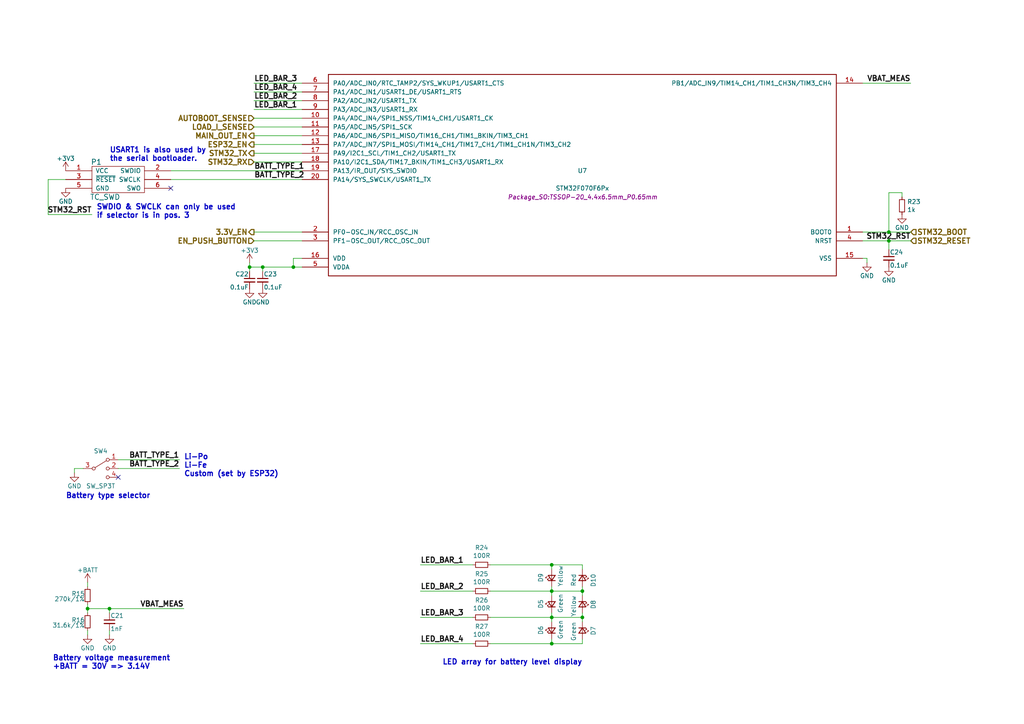
<source format=kicad_sch>
(kicad_sch (version 20230121) (generator eeschema)
  (paper "A4")
  (title_block (title "ESP32 battery management module") (date "2023-06-14") (rev "3.2") (comment 1 "Tom Magnier / initial release") (comment 2 "Viven Henry / SD, Switch, Autoboot") (comment 3 "Clément SAILLANT / update Autoboot, readd SD"))
  (lib_symbols
    (symbol "Device:C_Small" (pin_numbers hide) (pin_names (offset 0.254) hide)
      (property "Reference" "C" (at 0.254 1.778 0))
      (property "Value" "Device_C_Small" (at 0.254 -2.032 0))
      (symbol "C_Small_0_1"
        (polyline (pts (xy -1.524 -0.508) (xy 1.524 -0.508)) (stroke (width 0.3302)))
        (polyline (pts (xy -1.524 0.508) (xy 1.524 0.508)) (stroke (width 0.3048)))
      )
      (symbol "C_Small_1_1"
        (pin passive line (at 0 2.54 270) (length 2.032) (name "~") (number "1"))
        (pin passive line (at 0 -2.54 90) (length 2.032) (name "~") (number "2"))
      )
    )
    (symbol "Device:LED_Small" (pin_numbers hide) (pin_names (offset 0.254) hide)
      (property "Reference" "D" (at -1.27 3.175 0))
      (property "Value" "Device_LED_Small" (at -4.445 -2.54 0))
      (symbol "LED_Small_0_1"
        (polyline (pts (xy -0.762 -1.016) (xy -0.762 1.016)) (stroke (width 0.254)))
        (polyline (pts (xy 1.016 0) (xy -0.762 0)))
        (polyline (pts (xy 0.762 -1.016) (xy -0.762 0) (xy 0.762 1.016) (xy 0.762 -1.016)) (stroke (width 0.254)))
        (polyline (pts (xy 0 0.762) (xy -0.508 1.27) (xy -0.254 1.27) (xy -0.508 1.27) (xy -0.508 1.016)))
        (polyline (pts (xy 0.508 1.27) (xy 0 1.778) (xy 0.254 1.778) (xy 0 1.778) (xy 0 1.524)))
      )
      (symbol "LED_Small_1_1"
        (pin passive line (at -2.54 0 0) (length 1.778) (name "K") (number "1"))
        (pin passive line (at 2.54 0 180) (length 1.778) (name "A") (number "2"))
      )
    )
    (symbol "Device:R_Small" (pin_numbers hide) (pin_names (offset 0.254) hide)
      (property "Reference" "R" (at 0.762 0.508 0))
      (property "Value" "Device_R_Small" (at 0.762 -1.016 0))
      (symbol "R_Small_0_1"
        (rectangle (start -0.762 1.778) (end 0.762 -1.778) (stroke (width 0.2032)))
      )
      (symbol "R_Small_1_1"
        (pin passive line (at 0 2.54 270) (length 0.762) (name "~") (number "1"))
        (pin passive line (at 0 -2.54 90) (length 0.762) (name "~") (number "2"))
      )
    )
    (symbol "KXKM_ESP32_battery_management_board-rescue:STM32F030F4Px-stm32" (pin_names (offset 1.27))
      (property "Reference" "U" (at 0 2.54 0))
      (property "Value" "STM32F030F4Px-stm32" (at 0 -2.54 0))
      (property "Footprint" "TSSOP20" (at 0 -5.08 0))
      (symbol "STM32F030F4Px-stm32_1_1"
        (rectangle (start -73.66 30.48) (end 73.66 -27.94) (stroke (width 0.254)))
        (pin input line (at 81.28 -15.24 180) (length 7.62) (name "BOOT0") (number "1"))
        (pin bidirectional line (at -81.28 17.78 0) (length 7.62) (name "PA4/ADC_IN4/SPI1_NSS/TIM14_CH1/USART1_CK") (number "10"))
        (pin bidirectional line (at -81.28 15.24 0) (length 7.62) (name "PA5/ADC_IN5/SPI1_SCK") (number "11"))
        (pin bidirectional line (at -81.28 12.7 0) (length 7.62) (name "PA6/ADC_IN6/SPI1_MISO/TIM16_CH1/TIM1_BKIN/TIM3_CH1") (number "12"))
        (pin bidirectional line (at -81.28 10.16 0) (length 7.62) (name "PA7/ADC_IN7/SPI1_MOSI/TIM14_CH1/TIM17_CH1/TIM1_CH1N/TIM3_CH2") (number "13"))
        (pin bidirectional line (at 81.28 27.94 180) (length 7.62) (name "PB1/ADC_IN9/TIM14_CH1/TIM1_CH3N/TIM3_CH4") (number "14"))
        (pin power_in line (at 81.28 -22.86 180) (length 7.62) (name "VSS") (number "15"))
        (pin power_in line (at -81.28 -22.86 0) (length 7.62) (name "VDD") (number "16"))
        (pin bidirectional line (at -81.28 7.62 0) (length 7.62) (name "PA9/I2C1_SCL/TIM1_CH2/USART1_TX") (number "17"))
        (pin bidirectional line (at -81.28 5.08 0) (length 7.62) (name "PA10/I2C1_SDA/TIM17_BKIN/TIM1_CH3/USART1_RX") (number "18"))
        (pin bidirectional line (at -81.28 2.54 0) (length 7.62) (name "PA13/IR_OUT/SYS_SWDIO") (number "19"))
        (pin bidirectional line (at -81.28 -15.24 0) (length 7.62) (name "PF0-OSC_IN/RCC_OSC_IN") (number "2"))
        (pin bidirectional line (at -81.28 0 0) (length 7.62) (name "PA14/SYS_SWCLK/USART1_TX") (number "20"))
        (pin bidirectional line (at -81.28 -17.78 0) (length 7.62) (name "PF1-OSC_OUT/RCC_OSC_OUT") (number "3"))
        (pin input line (at 81.28 -17.78 180) (length 7.62) (name "NRST") (number "4"))
        (pin power_in line (at -81.28 -25.4 0) (length 7.62) (name "VDDA") (number "5"))
        (pin bidirectional line (at -81.28 27.94 0) (length 7.62) (name "PA0/ADC_IN0/RTC_TAMP2/SYS_WKUP1/USART1_CTS") (number "6"))
        (pin bidirectional line (at -81.28 25.4 0) (length 7.62) (name "PA1/ADC_IN1/USART1_DE/USART1_RTS") (number "7"))
        (pin bidirectional line (at -81.28 22.86 0) (length 7.62) (name "PA2/ADC_IN2/USART1_TX") (number "8"))
        (pin bidirectional line (at -81.28 20.32 0) (length 7.62) (name "PA3/ADC_IN3/USART1_RX") (number "9"))
      )
    )
    (symbol "KXKM_ESP32_battery_management_board-rescue:TC_SWD-tom_kicad" (pin_names (offset 1.016))
      (property "Reference" "P" (at -6.35 5.08 0))
      (property "Value" "TC_SWD-tom_kicad" (at -3.81 -5.08 0))
      (symbol "TC_SWD-tom_kicad_0_1"
        (rectangle (start -7.62 3.81) (end 7.62 -3.81))
      )
      (symbol "TC_SWD-tom_kicad_1_1"
        (pin power_in line (at -15.24 2.54 0) (length 7.62) (name "VCC") (number "1"))
        (pin bidirectional line (at 15.24 2.54 180) (length 7.62) (name "SWDIO") (number "2"))
        (pin bidirectional line (at -15.24 0 0) (length 7.62) (name "~{RESET}") (number "3"))
        (pin bidirectional line (at 15.24 0 180) (length 7.62) (name "SWCLK") (number "4"))
        (pin power_in line (at -15.24 -2.54 0) (length 7.62) (name "GND") (number "5"))
        (pin power_in line (at 15.24 -2.54 180) (length 7.62) (name "SWO") (number "6"))
      )
    )
    (symbol "Switch:SW_SP3T" (pin_names (offset 0) hide)
      (property "Reference" "SW" (at 0 5.08 0))
      (property "Value" "Switch_SW_SP3T" (at 0 -5.08 0))
      (symbol "SW_SP3T_0_1"
        (circle (center -2.032 0) (radius 0.4572))
        (polyline (pts (xy -1.651 0.254) (xy 1.651 2.286)))
        (circle (center 2.032 -2.54) (radius 0.4572))
        (circle (center 2.032 0) (radius 0.4572))
        (circle (center 2.032 2.54) (radius 0.4572))
      )
      (symbol "SW_SP3T_1_1"
        (pin passive line (at 5.08 2.54 180) (length 2.54) (name "1") (number "1"))
        (pin passive line (at 5.08 0 180) (length 2.54) (name "2") (number "2"))
        (pin passive line (at -5.08 0 0) (length 2.54) (name "3") (number "3"))
        (pin passive line (at 5.08 -2.54 180) (length 2.54) (name "4") (number "4"))
      )
    )
    (symbol "power:+3.3V" (power) (pin_names (offset 0))
      (property "Value" "power_+3.3V" (at 0 3.556 0))
      (symbol "+3.3V_0_1"
        (polyline (pts (xy -0.762 1.27) (xy 0 2.54)))
        (polyline (pts (xy 0 0) (xy 0 2.54)))
        (polyline (pts (xy 0 2.54) (xy 0.762 1.27)))
      )
      (symbol "+3.3V_1_1"
        (pin power_in line (at 0 0 90) (length 0) hide (name "+3V3") (number "1"))
      )
    )
    (symbol "power:+BATT" (power) (pin_names (offset 0))
      (property "Value" "power_+BATT" (at 0 3.556 0))
      (symbol "+BATT_0_1"
        (polyline (pts (xy -0.762 1.27) (xy 0 2.54)))
        (polyline (pts (xy 0 0) (xy 0 2.54)))
        (polyline (pts (xy 0 2.54) (xy 0.762 1.27)))
      )
      (symbol "+BATT_1_1"
        (pin power_in line (at 0 0 90) (length 0) hide (name "+BATT") (number "1"))
      )
    )
    (symbol "power:GND" (power) (pin_names (offset 0))
      (property "Value" "power_GND" (at 0 -3.81 0))
      (symbol "GND_0_1"
        (polyline (pts (xy 0 0) (xy 0 -1.27) (xy 1.27 -1.27) (xy 0 -2.54) (xy -1.27 -1.27) (xy 0 -1.27)))
      )
      (symbol "GND_1_1"
        (pin power_in line (at 0 0 270) (length 0) hide (name "GND") (number "1"))
      )
    )
  )
  (junction (at 31.75 176.53))
  (junction (at 160.02 179.07))
  (junction (at 160.02 186.69))
  (junction (at 76.2 77.47))
  (junction (at 257.81 69.85))
  (junction (at 25.4 176.53))
  (junction (at 160.02 171.45))
  (junction (at 72.39 77.47))
  (junction (at 257.81 67.31))
  (junction (at 168.91 171.45))
  (junction (at 160.02 163.83))
  (junction (at 85.09 77.47))
  (junction (at 168.91 179.07))
  (no_connect (at 49.53 54.61))
  (no_connect (at 34.29 138.43))
  (wire (pts (xy 142.24 171.45) (xy 160.02 171.45)))
  (wire (pts (xy 160.02 177.8) (xy 160.02 179.07)))
  (wire (pts (xy 137.16 171.45) (xy 121.92 171.45)))
  (wire (pts (xy 31.75 176.53) (xy 53.34 176.53)))
  (wire (pts (xy 251.46 76.2) (xy 251.46 74.93)))
  (wire (pts (xy 137.16 179.07) (xy 121.92 179.07)))
  (wire (pts (xy 72.39 77.47) (xy 76.2 77.47)))
  (wire (pts (xy 160.02 179.07) (xy 160.02 180.34)))
  (wire (pts (xy 73.66 41.91) (xy 87.63 41.91)))
  (wire (pts (xy 31.75 184.15) (xy 31.75 182.88)))
  (wire (pts (xy 160.02 171.45) (xy 160.02 172.72)))
  (wire (pts (xy 31.75 177.8) (xy 31.75 176.53)))
  (wire (pts (xy 257.81 67.31) (xy 264.16 67.31)))
  (wire (pts (xy 168.91 171.45) (xy 168.91 172.72)))
  (wire (pts (xy 73.66 26.67) (xy 87.63 26.67)))
  (wire (pts (xy 73.66 39.37) (xy 87.63 39.37)))
  (wire (pts (xy 49.53 49.53) (xy 87.63 49.53)))
  (wire (pts (xy 168.91 177.8) (xy 168.91 179.07)))
  (wire (pts (xy 142.24 179.07) (xy 160.02 179.07)))
  (wire (pts (xy 13.97 62.23) (xy 26.67 62.23)))
  (wire (pts (xy 160.02 170.18) (xy 160.02 171.45)))
  (wire (pts (xy 168.91 163.83) (xy 168.91 165.1)))
  (wire (pts (xy 34.29 135.89) (xy 52.07 135.89)))
  (wire (pts (xy 257.81 67.31) (xy 257.81 55.88)))
  (wire (pts (xy 257.81 69.85) (xy 264.16 69.85)))
  (wire (pts (xy 13.97 52.07) (xy 13.97 62.23)))
  (wire (pts (xy 264.16 24.13) (xy 250.19 24.13)))
  (wire (pts (xy 168.91 170.18) (xy 168.91 171.45)))
  (wire (pts (xy 168.91 186.69) (xy 168.91 185.42)))
  (wire (pts (xy 73.66 24.13) (xy 87.63 24.13)))
  (wire (pts (xy 25.4 175.26) (xy 25.4 176.53)))
  (wire (pts (xy 73.66 69.85) (xy 87.63 69.85)))
  (wire (pts (xy 257.81 72.39) (xy 257.81 69.85)))
  (wire (pts (xy 160.02 171.45) (xy 168.91 171.45)))
  (wire (pts (xy 160.02 179.07) (xy 168.91 179.07)))
  (wire (pts (xy 73.66 46.99) (xy 87.63 46.99)))
  (wire (pts (xy 160.02 186.69) (xy 160.02 185.42)))
  (wire (pts (xy 142.24 186.69) (xy 160.02 186.69)))
  (wire (pts (xy 21.59 135.89) (xy 24.13 135.89)))
  (wire (pts (xy 25.4 168.91) (xy 25.4 170.18)))
  (wire (pts (xy 73.66 34.29) (xy 87.63 34.29)))
  (wire (pts (xy 87.63 44.45) (xy 73.66 44.45)))
  (wire (pts (xy 21.59 137.16) (xy 21.59 135.89)))
  (wire (pts (xy 160.02 163.83) (xy 168.91 163.83)))
  (wire (pts (xy 73.66 67.31) (xy 87.63 67.31)))
  (wire (pts (xy 19.05 52.07) (xy 13.97 52.07)))
  (wire (pts (xy 257.81 55.88) (xy 261.62 55.88)))
  (wire (pts (xy 160.02 186.69) (xy 168.91 186.69)))
  (wire (pts (xy 250.19 67.31) (xy 257.81 67.31)))
  (wire (pts (xy 251.46 74.93) (xy 250.19 74.93)))
  (wire (pts (xy 34.29 133.35) (xy 52.07 133.35)))
  (wire (pts (xy 261.62 55.88) (xy 261.62 57.15)))
  (wire (pts (xy 142.24 163.83) (xy 160.02 163.83)))
  (wire (pts (xy 160.02 163.83) (xy 160.02 165.1)))
  (wire (pts (xy 72.39 77.47) (xy 72.39 78.74)))
  (wire (pts (xy 250.19 69.85) (xy 257.81 69.85)))
  (wire (pts (xy 76.2 77.47) (xy 76.2 78.74)))
  (wire (pts (xy 73.66 29.21) (xy 87.63 29.21)))
  (wire (pts (xy 73.66 36.83) (xy 87.63 36.83)))
  (wire (pts (xy 25.4 176.53) (xy 31.75 176.53)))
  (wire (pts (xy 85.09 77.47) (xy 87.63 77.47)))
  (wire (pts (xy 168.91 179.07) (xy 168.91 180.34)))
  (wire (pts (xy 49.53 52.07) (xy 87.63 52.07)))
  (wire (pts (xy 137.16 186.69) (xy 121.92 186.69)))
  (wire (pts (xy 73.66 31.75) (xy 87.63 31.75)))
  (wire (pts (xy 25.4 176.53) (xy 25.4 177.8)))
  (wire (pts (xy 85.09 77.47) (xy 85.09 74.93)))
  (wire (pts (xy 72.39 76.2) (xy 72.39 77.47)))
  (wire (pts (xy 85.09 74.93) (xy 87.63 74.93)))
  (wire (pts (xy 137.16 163.83) (xy 121.92 163.83)))
  (wire (pts (xy 25.4 184.15) (xy 25.4 182.88)))
  (wire (pts (xy 76.2 77.47) (xy 85.09 77.47)))
  (text "Li-Po\nLi-Fe\nCustom (set by ESP32)" (at 53.34 138.43 0) (effects (font (size 1.524 1.524) (thickness 0.3048) bold) (justify left bottom)))
  (text "Battery type selector" (at 19.05 144.78 0) (effects (font (size 1.524 1.524) (thickness 0.3048) bold) (justify left bottom)))
  (text "Battery voltage measurement\n+BATT = 30V => 3.14V" (at 15.24 194.31 0) (effects (font (size 1.524 1.524) (thickness 0.3048) bold) (justify left bottom)))
  (text "LED array for battery level display" (at 128.27 193.04 0) (effects (font (size 1.524 1.524) (thickness 0.3048) bold) (justify left bottom)))
  (text "SWDIO & SWCLK can only be used\nif selector is in pos. 3" (at 27.94 63.5 0) (effects (font (size 1.524 1.524) (thickness 0.3048) bold) (justify left bottom)))
  (text "USART1 is also used by\nthe serial bootloader." (at 31.75 46.99 0) (effects (font (size 1.524 1.524) (thickness 0.3048) bold) (justify left bottom)))
  (label "LED_BAR_4" (at 73.66 26.67 0) (effects (font (size 1.524 1.524) (thickness 0.3048) bold)))
  (label "LED_BAR_3" (at 73.66 24.13 0) (effects (font (size 1.524 1.524) (thickness 0.3048) bold)))
  (label "STM32_RST" (at 26.67 62.23 180) (effects (font (size 1.524 1.524) (thickness 0.3048) bold)))
  (label "STM32_RST" (at 264.16 69.85 180) (effects (font (size 1.524 1.524) (thickness 0.3048) bold)))
  (label "LED_BAR_4" (at 121.92 186.69 0) (effects (font (size 1.524 1.524) (thickness 0.3048) bold)))
  (label "BATT_TYPE_1" (at 52.07 133.35 180) (effects (font (size 1.524 1.524) (thickness 0.3048) bold)))
  (label "VBAT_MEAS" (at 264.16 24.13 180) (effects (font (size 1.524 1.524) (thickness 0.3048) bold)))
  (label "BATT_TYPE_1" (at 73.66 49.53 0) (effects (font (size 1.524 1.524) (thickness 0.3048) bold)))
  (label "LED_BAR_1" (at 121.92 163.83 0) (effects (font (size 1.524 1.524) (thickness 0.3048) bold)))
  (label "LED_BAR_2" (at 121.92 171.45 0) (effects (font (size 1.524 1.524) (thickness 0.3048) bold)))
  (label "BATT_TYPE_2" (at 73.66 52.07 0) (effects (font (size 1.524 1.524) (thickness 0.3048) bold)))
  (label "LED_BAR_2" (at 73.66 29.21 0) (effects (font (size 1.524 1.524) (thickness 0.3048) bold)))
  (label "VBAT_MEAS" (at 53.34 176.53 180) (effects (font (size 1.524 1.524) (thickness 0.3048) bold)))
  (label "BATT_TYPE_2" (at 52.07 135.89 180) (effects (font (size 1.524 1.524) (thickness 0.3048) bold)))
  (label "LED_BAR_3" (at 121.92 179.07 0) (effects (font (size 1.524 1.524) (thickness 0.3048) bold)))
  (label "LED_BAR_1" (at 73.66 31.75 0) (effects (font (size 1.524 1.524) (thickness 0.3048) bold)))
  (hierarchical_label "STM32_RESET" (shape input) (at 264.16 69.85 0) (effects (font (size 1.524 1.524) (thickness 0.3048) bold)))
  (hierarchical_label "ESP32_EN" (shape output) (at 73.66 41.91 180) (effects (font (size 1.524 1.524) (thickness 0.3048) bold)))
  (hierarchical_label "MAIN_OUT_EN" (shape output) (at 73.66 39.37 180) (effects (font (size 1.524 1.524) (thickness 0.3048) bold)))
  (hierarchical_label "LOAD_I_SENSE" (shape input) (at 73.66 36.83 180) (effects (font (size 1.524 1.524) (thickness 0.3048) bold)))
  (hierarchical_label "AUTOBOOT_SENSE" (shape input) (at 73.66 34.29 180) (effects (font (size 1.524 1.524) (thickness 0.3048) bold)))
  (hierarchical_label "STM32_BOOT" (shape input) (at 264.16 67.31 0) (effects (font (size 1.524 1.524) (thickness 0.3048) bold)))
  (hierarchical_label "STM32_TX" (shape output) (at 73.66 44.45 180) (effects (font (size 1.524 1.524) (thickness 0.3048) bold)))
  (hierarchical_label "STM32_RX" (shape input) (at 73.66 46.99 180) (effects (font (size 1.524 1.524) (thickness 0.3048) bold)))
  (hierarchical_label "EN_PUSH_BUTTON" (shape input) (at 73.66 69.85 180) (effects (font (size 1.524 1.524) (thickness 0.3048) bold)))
  (hierarchical_label "3.3V_EN" (shape output) (at 73.66 67.31 180) (effects (font (size 1.524 1.524) (thickness 0.3048) bold)))
  (symbol (lib_id "KXKM_ESP32_battery_management_board-rescue:STM32F030F4Px-stm32") (at 168.91 52.07 0) (unit 1)
    (property "Reference" "U7" (at 168.91 49.53 0))
    (property "Value" "STM32F070F6Px" (at 168.91 54.61 0))
    (property "Footprint" "Package_SO:TSSOP-20_4.4x6.5mm_P0.65mm" (at 168.91 57.15 0) (effects (font italic)))
    (property "LCSC" "C86951" (effects hide))
  )
  (symbol (lib_id "Switch:SW_SP3T") (at 29.21 135.89 0) (unit 1)
    (property "Reference" "SW4" (at 29.21 130.81 0))
    (property "Value" "SW_SP3T" (at 29.21 140.97 0))
    (property "Footprint" "Button_Switch_SMD:SW_SP3T_PCM13" (effects hide))
    (property "LCSC" "C160878" (effects hide))
  )
  (symbol (lib_id "KXKM_ESP32_battery_management_board-rescue:TC_SWD-tom_kicad") (at 34.29 52.07 0) (unit 1)
    (property "Reference" "P1" (at 27.94 46.99 0) (effects (font (size 1.524 1.524))))
    (property "Value" "TC_SWD" (at 30.48 57.15 0) (effects (font (size 1.524 1.524))))
    (property "Footprint" "Connector:Tag-Connect_TC2030-IDC-NL_2x03_P1.27mm_Vertical" (effects hide))
  )
  (symbol (lib_id "Device:C_Small") (at 76.2 81.28 0) (unit 1)
    (property "Reference" "C23" (at 76.454 79.502 0) (effects (justify left)))
    (property "Value" "0.1uF" (at 76.454 83.312 0) (effects (justify left)))
    (property "Footprint" "Capacitor_SMD:C_0603_1608Metric" (effects hide))
    (property "LCSC" "C14663" (effects hide))
  )
  (symbol (lib_id "Device:C_Small") (at 72.39 81.28 0) (mirror y) (unit 1)
    (property "Reference" "C22" (at 72.136 79.502 0) (effects (justify left)))
    (property "Value" "0.1uF" (at 72.136 83.312 0) (effects (justify left)))
    (property "Footprint" "Capacitor_SMD:C_0603_1608Metric" (effects hide))
    (property "LCSC" "C14663" (effects hide))
  )
  (symbol (lib_id "power:+3.3V") (at 72.39 76.2 0) (unit 1)
    (property "Reference" "#PWR084" (effects hide))
    (property "Value" "+3.3V" (at 72.39 72.644 0))
  )
  (symbol (lib_id "power:GND") (at 72.39 83.82 0) (unit 1)
    (property "Reference" "#PWR085" (effects hide))
    (property "Value" "GND" (at 72.39 87.63 0))
  )
  (symbol (lib_id "power:GND") (at 76.2 83.82 0) (unit 1)
    (property "Reference" "#PWR086" (effects hide))
    (property "Value" "GND" (at 76.2 87.63 0))
  )
  (symbol (lib_id "power:GND") (at 251.46 76.2 0) (unit 1)
    (property "Reference" "#PWR087" (effects hide))
    (property "Value" "GND" (at 251.46 80.01 0))
  )
  (symbol (lib_id "power:+BATT") (at 25.4 168.91 0) (unit 1)
    (property "Reference" "#PWR088" (effects hide))
    (property "Value" "+BATT" (at 25.4 165.354 0))
  )
  (symbol (lib_id "power:GND") (at 25.4 184.15 0) (unit 1)
    (property "Reference" "#PWR089" (effects hide))
    (property "Value" "GND" (at 25.4 187.96 0))
  )
  (symbol (lib_id "Device:R_Small") (at 25.4 172.72 0) (mirror y) (unit 1)
    (property "Reference" "R15" (at 24.638 172.212 0) (effects (justify left)))
    (property "Value" "270k/1%" (at 24.638 173.736 0) (effects (justify left)))
    (property "Footprint" "Resistor_SMD:R_0603_1608Metric" (effects hide))
    (property "LCSC" "C22965" (effects hide))
  )
  (symbol (lib_id "Device:R_Small") (at 25.4 180.34 0) (mirror y) (unit 1)
    (property "Reference" "R16" (at 24.638 179.832 0) (effects (justify left)))
    (property "Value" "31.6k/1%" (at 24.638 181.356 0) (effects (justify left)))
    (property "Footprint" "Resistor_SMD:R_0603_1608Metric" (effects hide))
    (property "LCSC" "C25967" (effects hide))
  )
  (symbol (lib_id "Device:C_Small") (at 31.75 180.34 0) (unit 1)
    (property "Reference" "C21" (at 32.004 178.562 0) (effects (justify left)))
    (property "Value" "1nF" (at 32.004 182.372 0) (effects (justify left)))
    (property "Footprint" "Capacitor_SMD:C_0603_1608Metric" (effects hide))
  )
  (symbol (lib_id "power:GND") (at 31.75 184.15 0) (unit 1)
    (property "Reference" "#PWR090" (effects hide))
    (property "Value" "GND" (at 31.75 187.96 0))
  )
  (symbol (lib_id "power:GND") (at 21.59 137.16 0) (unit 1)
    (property "Reference" "#PWR091" (effects hide))
    (property "Value" "GND" (at 21.59 140.97 0))
  )
  (symbol (lib_id "power:GND") (at 261.62 62.23 0) (unit 1)
    (property "Reference" "#PWR094" (effects hide))
    (property "Value" "GND" (at 261.62 66.04 0))
  )
  (symbol (lib_id "Device:C_Small") (at 257.81 74.93 0) (unit 1)
    (property "Reference" "C24" (at 258.064 73.152 0) (effects (justify left)))
    (property "Value" "0.1uF" (at 258.064 76.962 0) (effects (justify left)))
    (property "Footprint" "Capacitor_SMD:C_0603_1608Metric" (effects hide))
    (property "LCSC" "C14663" (effects hide))
  )
  (symbol (lib_id "power:GND") (at 257.81 77.47 0) (unit 1)
    (property "Reference" "#PWR095" (effects hide))
    (property "Value" "GND" (at 257.81 81.28 0))
  )
  (symbol (lib_id "power:GND") (at 19.05 54.61 0) (unit 1)
    (property "Reference" "#PWR092" (effects hide))
    (property "Value" "GND" (at 19.05 58.42 0))
  )
  (symbol (lib_id "power:+3.3V") (at 19.05 49.53 0) (unit 1)
    (property "Reference" "#PWR093" (effects hide))
    (property "Value" "+3.3V" (at 19.05 45.974 0))
  )
  (symbol (lib_id "Device:LED_Small") (at 160.02 175.26 90) (unit 1)
    (property "Reference" "D5" (at 156.845 176.53 0) (effects (justify left)))
    (property "Value" "Green" (at 162.56 177.8 0) (effects (justify left)))
    (property "Footprint" "LED_SMD:LED_0603_1608Metric" (effects hide))
    (property "LCSC" "C72043" (effects hide))
  )
  (symbol (lib_id "Device:LED_Small") (at 168.91 167.64 270) (unit 1)
    (property "Reference" "D10" (at 172.085 166.37 0) (effects (justify left)))
    (property "Value" "Red" (at 166.37 166.37 0) (effects (justify left)))
    (property "Footprint" "LED_SMD:LED_0603_1608Metric" (effects hide))
    (property "LCSC" "C2286" (effects hide))
  )
  (symbol (lib_id "Device:LED_Small") (at 160.02 182.88 90) (unit 1)
    (property "Reference" "D6" (at 156.845 184.15 0) (effects (justify left)))
    (property "Value" "Green" (at 162.56 185.42 0) (effects (justify left)))
    (property "Footprint" "LED_SMD:LED_0603_1608Metric" (effects hide))
    (property "LCSC" "C72043" (effects hide))
  )
  (symbol (lib_id "Device:LED_Small") (at 168.91 182.88 270) (unit 1)
    (property "Reference" "D7" (at 172.085 181.61 0) (effects (justify left)))
    (property "Value" "Green" (at 166.37 180.34 0) (effects (justify left)))
    (property "Footprint" "LED_SMD:LED_0603_1608Metric" (effects hide))
    (property "LCSC" "C72043" (effects hide))
  )
  (symbol (lib_id "Device:LED_Small") (at 160.02 167.64 90) (unit 1)
    (property "Reference" "D9" (at 156.845 168.91 0) (effects (justify left)))
    (property "Value" "Yellow" (at 162.56 170.18 0) (effects (justify left)))
    (property "Footprint" "LED_SMD:LED_0603_1608Metric" (effects hide))
    (property "LCSC" "C72038" (effects hide))
  )
  (symbol (lib_id "Device:LED_Small") (at 168.91 175.26 270) (unit 1)
    (property "Reference" "D8" (at 172.085 173.99 0) (effects (justify left)))
    (property "Value" "Yellow" (at 166.37 172.72 0) (effects (justify left)))
    (property "Footprint" "LED_SMD:LED_0603_1608Metric" (effects hide))
    (property "LCSC" "C72038" (effects hide))
  )
  (symbol (lib_id "Device:R_Small") (at 261.62 59.69 0) (unit 1)
    (property "Reference" "R23" (at 263.1186 58.5216 0) (effects (justify left)))
    (property "Value" "1k" (at 263.1186 60.833 0) (effects (justify left)))
    (property "Footprint" "Resistor_SMD:R_0603_1608Metric" (effects hide))
    (property "LCSC" "C21190" (effects hide))
  )
  (symbol (lib_id "Device:R_Small") (at 139.7 163.83 270) (unit 1)
    (property "Reference" "R24" (at 139.7 158.8516 90))
    (property "Value" "100R" (at 139.7 161.163 90))
    (property "Footprint" "Resistor_SMD:R_0603_1608Metric" (effects hide))
    (property "LCSC" "C22775" (effects hide))
  )
  (symbol (lib_id "Device:R_Small") (at 139.7 171.45 270) (unit 1)
    (property "Reference" "R25" (at 139.7 166.4716 90))
    (property "Value" "100R" (at 139.7 168.783 90))
    (property "Footprint" "Resistor_SMD:R_0603_1608Metric" (effects hide))
    (property "LCSC" "C22775" (effects hide))
  )
  (symbol (lib_id "Device:R_Small") (at 139.7 179.07 270) (unit 1)
    (property "Reference" "R26" (at 139.7 174.0916 90))
    (property "Value" "100R" (at 139.7 176.403 90))
    (property "Footprint" "Resistor_SMD:R_0603_1608Metric" (effects hide))
    (property "LCSC" "C22775" (effects hide))
  )
  (symbol (lib_id "Device:R_Small") (at 139.7 186.69 270) (unit 1)
    (property "Reference" "R27" (at 139.7 181.7116 90))
    (property "Value" "100R" (at 139.7 184.023 90))
    (property "Footprint" "Resistor_SMD:R_0603_1608Metric" (effects hide))
    (property "LCSC" "C22775" (effects hide))
  )
)
</source>
